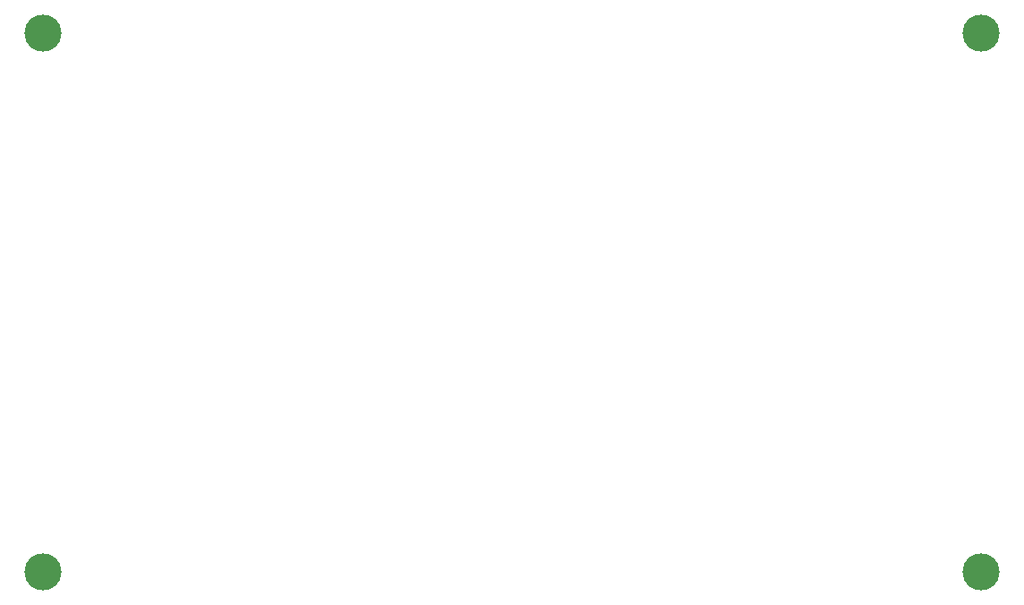
<source format=gbl>
G04 #@! TF.GenerationSoftware,KiCad,Pcbnew,(6.0.7-1)-1*
G04 #@! TF.CreationDate,2022-08-16T19:52:30+02:00*
G04 #@! TF.ProjectId,wrist-support,77726973-742d-4737-9570-706f72742e6b,rev?*
G04 #@! TF.SameCoordinates,Original*
G04 #@! TF.FileFunction,Copper,L2,Bot*
G04 #@! TF.FilePolarity,Positive*
%FSLAX46Y46*%
G04 Gerber Fmt 4.6, Leading zero omitted, Abs format (unit mm)*
G04 Created by KiCad (PCBNEW (6.0.7-1)-1) date 2022-08-16 19:52:30*
%MOMM*%
%LPD*%
G01*
G04 APERTURE LIST*
G04 #@! TA.AperFunction,ComponentPad*
%ADD10C,3.500000*%
G04 #@! TD*
G04 APERTURE END LIST*
D10*
X4000000Y-55000000D03*
X92750000Y-55000000D03*
X4000000Y-4000000D03*
X92750000Y-4000000D03*
M02*

</source>
